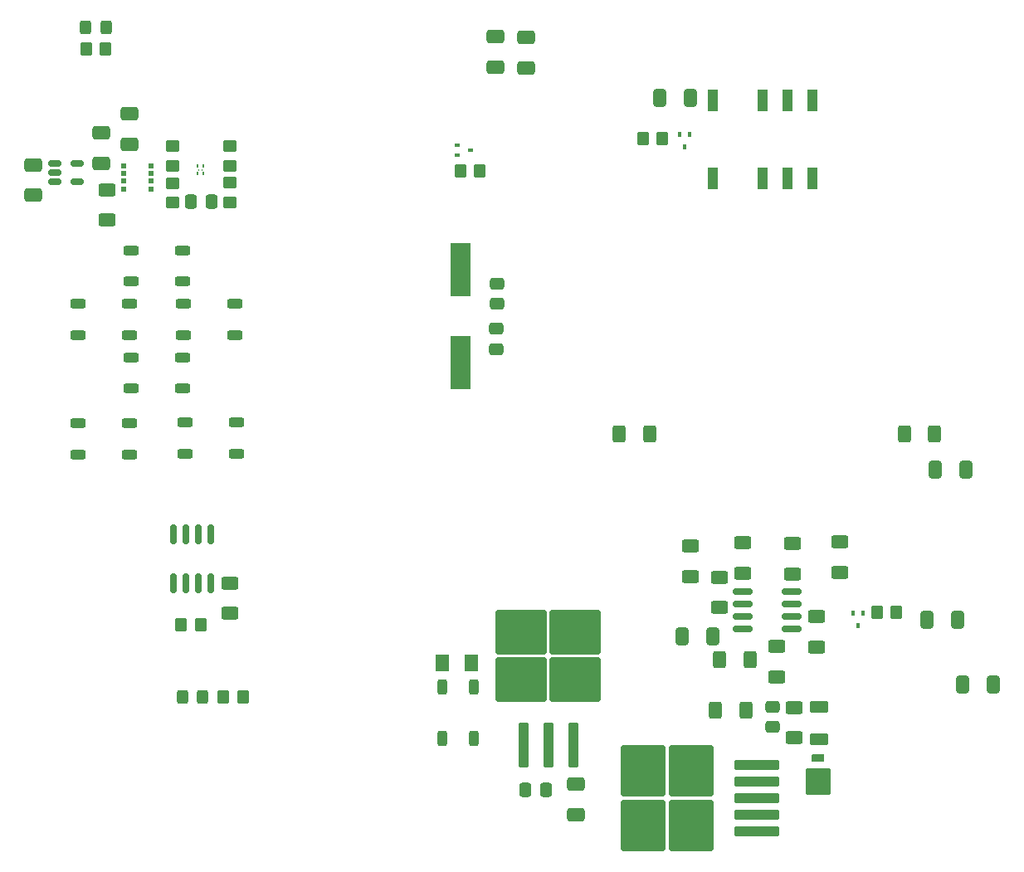
<source format=gbr>
%TF.GenerationSoftware,KiCad,Pcbnew,9.0.0*%
%TF.CreationDate,2025-04-21T23:10:22+02:00*%
%TF.ProjectId,DIMECRES_C_retrovisors,44494d45-4352-4455-935f-435f72657472,rev?*%
%TF.SameCoordinates,Original*%
%TF.FileFunction,Paste,Top*%
%TF.FilePolarity,Positive*%
%FSLAX46Y46*%
G04 Gerber Fmt 4.6, Leading zero omitted, Abs format (unit mm)*
G04 Created by KiCad (PCBNEW 9.0.0) date 2025-04-21 23:10:22*
%MOMM*%
%LPD*%
G01*
G04 APERTURE LIST*
G04 Aperture macros list*
%AMRoundRect*
0 Rectangle with rounded corners*
0 $1 Rounding radius*
0 $2 $3 $4 $5 $6 $7 $8 $9 X,Y pos of 4 corners*
0 Add a 4 corners polygon primitive as box body*
4,1,4,$2,$3,$4,$5,$6,$7,$8,$9,$2,$3,0*
0 Add four circle primitives for the rounded corners*
1,1,$1+$1,$2,$3*
1,1,$1+$1,$4,$5*
1,1,$1+$1,$6,$7*
1,1,$1+$1,$8,$9*
0 Add four rect primitives between the rounded corners*
20,1,$1+$1,$2,$3,$4,$5,0*
20,1,$1+$1,$4,$5,$6,$7,0*
20,1,$1+$1,$6,$7,$8,$9,0*
20,1,$1+$1,$8,$9,$2,$3,0*%
%AMOutline4P*
0 Free polygon, 4 corners , with rotation*
0 The origin of the aperture is its center*
0 number of corners: always 4*
0 $1 to $8 corner X, Y*
0 $9 Rotation angle, in degrees counterclockwise*
0 create outline with 4 corners*
4,1,4,$1,$2,$3,$4,$5,$6,$7,$8,$1,$2,$9*%
%AMFreePoly0*
4,1,18,-0.200000,0.100000,-0.198097,0.109567,-0.192678,0.117678,-0.184567,0.123097,-0.175000,0.125000,0.175000,0.125000,0.184567,0.123097,0.192678,0.117678,0.198097,0.109567,0.200000,0.100000,0.200000,-0.100000,0.198097,-0.109567,0.192678,-0.117678,0.184567,-0.123097,0.175000,-0.125000,-0.075000,-0.125000,-0.200000,0.000000,-0.200000,0.100000,-0.200000,0.100000,$1*%
%AMFreePoly1*
4,1,18,-0.200000,0.000000,-0.075000,0.125000,0.175000,0.125000,0.184567,0.123097,0.192678,0.117678,0.198097,0.109567,0.200000,0.100000,0.200000,-0.100000,0.198097,-0.109567,0.192678,-0.117678,0.184567,-0.123097,0.175000,-0.125000,-0.175000,-0.125000,-0.184567,-0.123097,-0.192678,-0.117678,-0.198097,-0.109567,-0.200000,-0.100000,-0.200000,0.000000,-0.200000,0.000000,$1*%
G04 Aperture macros list end*
%ADD10RoundRect,0.250000X0.475000X-0.337500X0.475000X0.337500X-0.475000X0.337500X-0.475000X-0.337500X0*%
%ADD11RoundRect,0.250000X0.525000X0.250000X-0.525000X0.250000X-0.525000X-0.250000X0.525000X-0.250000X0*%
%ADD12RoundRect,0.250000X0.400000X0.625000X-0.400000X0.625000X-0.400000X-0.625000X0.400000X-0.625000X0*%
%ADD13RoundRect,0.250000X0.350000X0.450000X-0.350000X0.450000X-0.350000X-0.450000X0.350000X-0.450000X0*%
%ADD14RoundRect,0.250000X-0.625000X0.400000X-0.625000X-0.400000X0.625000X-0.400000X0.625000X0.400000X0*%
%ADD15RoundRect,0.250000X0.625000X-0.400000X0.625000X0.400000X-0.625000X0.400000X-0.625000X-0.400000X0*%
%ADD16RoundRect,0.100000X0.100000X-0.155000X0.100000X0.155000X-0.100000X0.155000X-0.100000X-0.155000X0*%
%ADD17RoundRect,0.250000X-0.450000X0.350000X-0.450000X-0.350000X0.450000X-0.350000X0.450000X0.350000X0*%
%ADD18RoundRect,0.250000X-0.650000X0.412500X-0.650000X-0.412500X0.650000X-0.412500X0.650000X0.412500X0*%
%ADD19RoundRect,0.250000X-0.350000X-0.450000X0.350000X-0.450000X0.350000X0.450000X-0.350000X0.450000X0*%
%ADD20RoundRect,0.250000X-0.337500X-0.475000X0.337500X-0.475000X0.337500X0.475000X-0.337500X0.475000X0*%
%ADD21RoundRect,0.250000X0.650000X-0.412500X0.650000X0.412500X-0.650000X0.412500X-0.650000X-0.412500X0*%
%ADD22RoundRect,0.250000X0.412500X0.650000X-0.412500X0.650000X-0.412500X-0.650000X0.412500X-0.650000X0*%
%ADD23RoundRect,0.250000X0.300000X-2.050000X0.300000X2.050000X-0.300000X2.050000X-0.300000X-2.050000X0*%
%ADD24RoundRect,0.250000X2.375000X-2.025000X2.375000X2.025000X-2.375000X2.025000X-2.375000X-2.025000X0*%
%ADD25RoundRect,0.250000X0.450000X-0.350000X0.450000X0.350000X-0.450000X0.350000X-0.450000X-0.350000X0*%
%ADD26RoundRect,0.150000X0.825000X0.150000X-0.825000X0.150000X-0.825000X-0.150000X0.825000X-0.150000X0*%
%ADD27RoundRect,0.127000X1.143000X-1.208000X1.143000X1.208000X-1.143000X1.208000X-1.143000X-1.208000X0*%
%ADD28RoundRect,0.076200X0.558800X-0.304800X0.558800X0.304800X-0.558800X0.304800X-0.558800X-0.304800X0*%
%ADD29RoundRect,0.250000X0.250000X-0.525000X0.250000X0.525000X-0.250000X0.525000X-0.250000X-0.525000X0*%
%ADD30RoundRect,0.150000X-0.512500X-0.150000X0.512500X-0.150000X0.512500X0.150000X-0.512500X0.150000X0*%
%ADD31RoundRect,0.250000X2.050000X0.300000X-2.050000X0.300000X-2.050000X-0.300000X2.050000X-0.300000X0*%
%ADD32RoundRect,0.250000X2.025000X2.375000X-2.025000X2.375000X-2.025000X-2.375000X2.025000X-2.375000X0*%
%ADD33RoundRect,0.150000X-0.150000X0.825000X-0.150000X-0.825000X0.150000X-0.825000X0.150000X0.825000X0*%
%ADD34RoundRect,0.250000X0.700000X-0.362500X0.700000X0.362500X-0.700000X0.362500X-0.700000X-0.362500X0*%
%ADD35RoundRect,0.250000X-0.400000X-0.625000X0.400000X-0.625000X0.400000X0.625000X-0.400000X0.625000X0*%
%ADD36R,0.550000X0.500000*%
%ADD37RoundRect,0.250000X0.337500X0.475000X-0.337500X0.475000X-0.337500X-0.475000X0.337500X-0.475000X0*%
%ADD38RoundRect,0.250000X-0.325000X-0.450000X0.325000X-0.450000X0.325000X0.450000X-0.325000X0.450000X0*%
%ADD39R,2.000000X5.500000*%
%ADD40RoundRect,0.100000X0.155000X0.100000X-0.155000X0.100000X-0.155000X-0.100000X0.155000X-0.100000X0*%
%ADD41RoundRect,0.250001X0.462499X0.624999X-0.462499X0.624999X-0.462499X-0.624999X0.462499X-0.624999X0*%
%ADD42FreePoly0,270.000000*%
%ADD43Outline4P,-0.108250X0.000000X0.108250X-0.125000X0.108250X0.125000X-0.108250X0.000000X180.000000*%
%ADD44FreePoly1,90.000000*%
%ADD45FreePoly0,90.000000*%
%ADD46Outline4P,-0.125000X-0.108250X0.125000X-0.108250X0.000000X0.108250X0.000000X0.108250X90.000000*%
%ADD47FreePoly1,270.000000*%
%ADD48RoundRect,0.250000X-0.475000X0.337500X-0.475000X-0.337500X0.475000X-0.337500X0.475000X0.337500X0*%
%ADD49R,1.000000X2.200000*%
%ADD50RoundRect,0.250000X-0.412500X-0.650000X0.412500X-0.650000X0.412500X0.650000X-0.412500X0.650000X0*%
G04 APERTURE END LIST*
D10*
%TO.C,C13*%
X138252600Y-82513000D03*
X138252600Y-80438000D03*
%TD*%
D11*
%TO.C,SW5*%
X106175000Y-91175000D03*
X100925000Y-91175000D03*
X106175000Y-87975000D03*
X100925000Y-87975000D03*
%TD*%
D12*
%TO.C,R5*%
X153839600Y-95794600D03*
X150739600Y-95794600D03*
%TD*%
D11*
%TO.C,SW7*%
X111500000Y-85725000D03*
X106250000Y-85725000D03*
X111500000Y-82525000D03*
X106250000Y-82525000D03*
%TD*%
D13*
%TO.C,R20*%
X112383600Y-122671600D03*
X110383600Y-122671600D03*
%TD*%
D14*
%TO.C,R16*%
X158028750Y-107246250D03*
X158028750Y-110346250D03*
%TD*%
D15*
%TO.C,R19*%
X163371250Y-106913750D03*
X163371250Y-110013750D03*
%TD*%
D16*
%TO.C,Q3*%
X175614000Y-114056000D03*
X174614000Y-114056000D03*
X175114000Y-115346000D03*
%TD*%
D17*
%TO.C,R25*%
X111024330Y-66409377D03*
X111024330Y-68409377D03*
%TD*%
D18*
%TO.C,C4*%
X146304000Y-131495000D03*
X146304000Y-134620000D03*
%TD*%
D19*
%TO.C,R23*%
X134550000Y-68975000D03*
X136550000Y-68975000D03*
%TD*%
D20*
%TO.C,C23*%
X107052500Y-72060000D03*
X109127500Y-72060000D03*
%TD*%
D21*
%TO.C,C15*%
X138150600Y-58382300D03*
X138150600Y-55257300D03*
%TD*%
D19*
%TO.C,R21*%
X96355000Y-56475000D03*
X98355000Y-56475000D03*
%TD*%
D22*
%TO.C,C11*%
X160324800Y-116484400D03*
X157199800Y-116484400D03*
%TD*%
D23*
%TO.C,U10*%
X140976000Y-127578000D03*
X143516000Y-127578000D03*
D24*
X140741000Y-120853000D03*
X146291000Y-120853000D03*
X140741000Y-116003000D03*
X146291000Y-116003000D03*
D23*
X146056000Y-127578000D03*
%TD*%
D11*
%TO.C,SW6*%
X100800000Y-85700000D03*
X95550000Y-85700000D03*
X100800000Y-82500000D03*
X95550000Y-82500000D03*
%TD*%
D25*
%TO.C,R26*%
X111024330Y-72169377D03*
X111024330Y-70169377D03*
%TD*%
D11*
%TO.C,SW2*%
X111725000Y-97800000D03*
X106475000Y-97800000D03*
X111725000Y-94600000D03*
X106475000Y-94600000D03*
%TD*%
D22*
%TO.C,C17*%
X158000800Y-61491400D03*
X154875800Y-61491400D03*
%TD*%
D15*
%TO.C,R13*%
X168396250Y-110063750D03*
X168396250Y-106963750D03*
%TD*%
D26*
%TO.C,U6*%
X168346250Y-115693750D03*
X168346250Y-114423750D03*
X168346250Y-113153750D03*
X168346250Y-111883750D03*
X163396250Y-111883750D03*
X163396250Y-113153750D03*
X163396250Y-114423750D03*
X163396250Y-115693750D03*
%TD*%
D27*
%TO.C,D1*%
X171070000Y-131260000D03*
D28*
X171070000Y-128909000D03*
%TD*%
D29*
%TO.C,SW10*%
X132729700Y-126865200D03*
X132729700Y-121615200D03*
X135929700Y-126865200D03*
X135929700Y-121615200D03*
%TD*%
D30*
%TO.C,U2*%
X93142330Y-68157377D03*
X93142330Y-69107377D03*
X93142330Y-70057377D03*
X95417330Y-70057377D03*
X95417330Y-68157377D03*
%TD*%
D31*
%TO.C,U3*%
X164795000Y-136375000D03*
X164795000Y-134675000D03*
X164795000Y-132975000D03*
D32*
X158070000Y-135750000D03*
X158070000Y-130200000D03*
X153220000Y-135750000D03*
X153220000Y-130200000D03*
D31*
X164795000Y-131275000D03*
X164795000Y-129575000D03*
%TD*%
D33*
%TO.C,U5*%
X109070000Y-106075000D03*
X107800000Y-106075000D03*
X106530000Y-106075000D03*
X105260000Y-106075000D03*
X105260000Y-111025000D03*
X106530000Y-111025000D03*
X107800000Y-111025000D03*
X109070000Y-111025000D03*
%TD*%
D34*
%TO.C,L1*%
X171150000Y-126975000D03*
X171150000Y-123650000D03*
%TD*%
D35*
%TO.C,R4*%
X179822600Y-95820000D03*
X182922600Y-95820000D03*
%TD*%
D17*
%TO.C,R11*%
X105194330Y-66439377D03*
X105194330Y-68439377D03*
%TD*%
D36*
%TO.C,U1*%
X103015000Y-70807377D03*
X103015000Y-70007377D03*
X103015000Y-69207377D03*
X103015000Y-68407377D03*
X100165000Y-68407377D03*
X100165000Y-69207377D03*
X100165000Y-70007377D03*
X100165000Y-70807377D03*
%TD*%
D15*
%TO.C,R12*%
X166803750Y-120571250D03*
X166803750Y-117471250D03*
%TD*%
D19*
%TO.C,R22*%
X177044000Y-113971000D03*
X179044000Y-113971000D03*
%TD*%
D22*
%TO.C,C8*%
X186157400Y-99466400D03*
X183032400Y-99466400D03*
%TD*%
D13*
%TO.C,R24*%
X155158400Y-65676200D03*
X153158400Y-65676200D03*
%TD*%
D37*
%TO.C,C5*%
X143256000Y-132080000D03*
X141181000Y-132080000D03*
%TD*%
D35*
%TO.C,R17*%
X161025000Y-118850000D03*
X164125000Y-118850000D03*
%TD*%
D38*
%TO.C,D4*%
X96330000Y-54340000D03*
X98380000Y-54340000D03*
%TD*%
D13*
%TO.C,R6*%
X108050000Y-115230000D03*
X106050000Y-115230000D03*
%TD*%
D11*
%TO.C,SW3*%
X100825000Y-97900000D03*
X95575000Y-97900000D03*
X100825000Y-94700000D03*
X95575000Y-94700000D03*
%TD*%
D22*
%TO.C,C22*%
X185260000Y-114750000D03*
X182135000Y-114750000D03*
%TD*%
D10*
%TO.C,C18*%
X166440000Y-125705000D03*
X166440000Y-123630000D03*
%TD*%
D21*
%TO.C,C21*%
X141250000Y-58425000D03*
X141250000Y-55300000D03*
%TD*%
D11*
%TO.C,SW4*%
X106225000Y-80250000D03*
X100975000Y-80250000D03*
X106225000Y-77050000D03*
X100975000Y-77050000D03*
%TD*%
D14*
%TO.C,R7*%
X111060000Y-111000000D03*
X111060000Y-114100000D03*
%TD*%
D35*
%TO.C,R1*%
X160600000Y-123950000D03*
X163700000Y-123950000D03*
%TD*%
D39*
%TO.C,Y1*%
X134569600Y-88533000D03*
X134569600Y-79033000D03*
%TD*%
D14*
%TO.C,R14*%
X173228750Y-106796250D03*
X173228750Y-109896250D03*
%TD*%
D40*
%TO.C,Q2*%
X134260000Y-66350000D03*
X134260000Y-67350000D03*
X135550000Y-66850000D03*
%TD*%
D41*
%TO.C,R9*%
X135690400Y-119151400D03*
X132715400Y-119151400D03*
%TD*%
D25*
%TO.C,R10*%
X105194330Y-72199377D03*
X105194330Y-70199377D03*
%TD*%
D16*
%TO.C,Q1*%
X157908400Y-65234000D03*
X156908400Y-65234000D03*
X157408400Y-66524000D03*
%TD*%
D15*
%TO.C,R2*%
X168640000Y-126810000D03*
X168640000Y-123710000D03*
%TD*%
%TO.C,R3*%
X98467330Y-73982377D03*
X98467330Y-70882377D03*
%TD*%
D21*
%TO.C,C20*%
X100790000Y-66260000D03*
X100790000Y-63135000D03*
%TD*%
D42*
%TO.C,U8*%
X108296000Y-69227600D03*
D43*
X108206000Y-68827600D03*
D44*
X108296000Y-68427600D03*
D45*
X107696000Y-68427600D03*
D46*
X107786000Y-68827600D03*
D47*
X107696000Y-69227600D03*
%TD*%
D18*
%TO.C,C3*%
X90967330Y-68319877D03*
X90967330Y-71444877D03*
%TD*%
D48*
%TO.C,C12*%
X138249600Y-85043000D03*
X138249600Y-87118000D03*
%TD*%
D21*
%TO.C,C19*%
X97942330Y-68169877D03*
X97942330Y-65044877D03*
%TD*%
D49*
%TO.C,SW1*%
X160327400Y-69720400D03*
X165407400Y-69720400D03*
X167947400Y-69720400D03*
X170487400Y-69720400D03*
X170487400Y-61720400D03*
X167947400Y-61720400D03*
X165407400Y-61720400D03*
X160327400Y-61720400D03*
%TD*%
D14*
%TO.C,R18*%
X160985200Y-110413200D03*
X160985200Y-113513200D03*
%TD*%
D38*
%TO.C,D2*%
X106183600Y-122671600D03*
X108233600Y-122671600D03*
%TD*%
D14*
%TO.C,R15*%
X170896250Y-114413750D03*
X170896250Y-117513750D03*
%TD*%
D50*
%TO.C,C16*%
X188942500Y-121375000D03*
X185817500Y-121375000D03*
%TD*%
M02*

</source>
